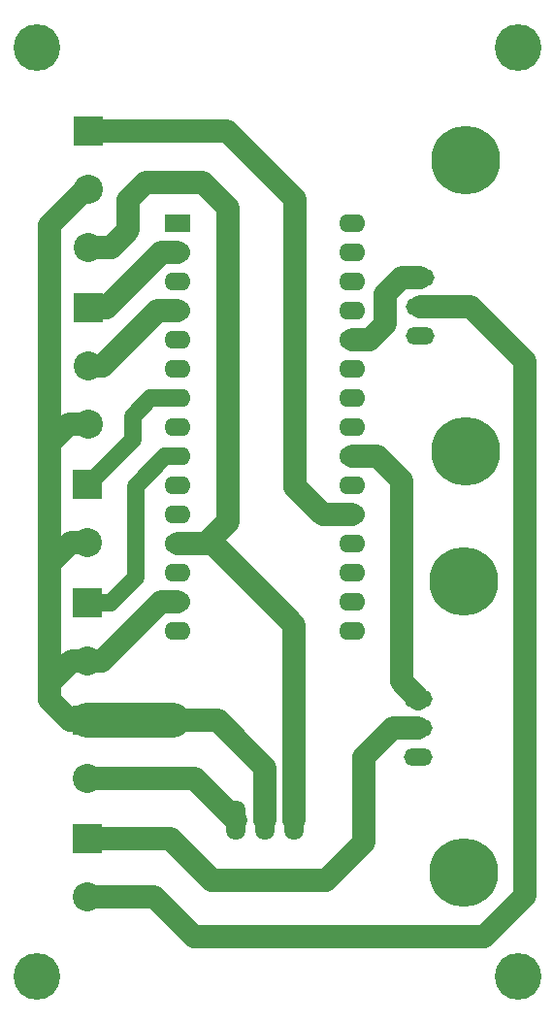
<source format=gbr>
G04 #@! TF.FileFunction,Copper,L2,Bot,Signal*
%FSLAX46Y46*%
G04 Gerber Fmt 4.6, Leading zero omitted, Abs format (unit mm)*
G04 Created by KiCad (PCBNEW 4.0.4+e1-6308~48~ubuntu16.04.1-stable) date Tue Oct 25 19:33:44 2016*
%MOMM*%
%LPD*%
G01*
G04 APERTURE LIST*
%ADD10C,0.100000*%
%ADD11R,2.540000X2.540000*%
%ADD12C,2.540000*%
%ADD13C,5.999480*%
%ADD14R,2.286000X1.574800*%
%ADD15O,2.286000X1.574800*%
%ADD16O,2.499360X1.501140*%
%ADD17O,1.699260X3.500120*%
%ADD18C,4.064000*%
%ADD19R,1.300000X1.300000*%
%ADD20C,1.300000*%
%ADD21C,0.600000*%
%ADD22C,2.032000*%
%ADD23C,3.048000*%
%ADD24C,1.016000*%
%ADD25C,1.524000*%
G04 APERTURE END LIST*
D10*
D11*
X69461380Y-69062600D03*
D12*
X69461380Y-74142600D03*
D13*
X102278180Y-102958900D03*
X102278180Y-77558900D03*
D14*
X77322680Y-46342300D03*
D15*
X77322680Y-48882300D03*
X77322680Y-51422300D03*
X77322680Y-53962300D03*
X77322680Y-56502300D03*
X77322680Y-59042300D03*
X77322680Y-61582300D03*
X77322680Y-64122300D03*
X77322680Y-66662300D03*
X77322680Y-69202300D03*
X77322680Y-71742300D03*
X77322680Y-74282300D03*
X77322680Y-76822300D03*
X77322680Y-79362300D03*
X77322680Y-81902300D03*
X92562680Y-81902300D03*
X92562680Y-79362300D03*
X92562680Y-76822300D03*
X92562680Y-74282300D03*
X92562680Y-71742300D03*
X92562680Y-69202300D03*
X92562680Y-66662300D03*
X92562680Y-64122300D03*
X92562680Y-61582300D03*
X92562680Y-59042300D03*
X92562680Y-56502300D03*
X92562680Y-53962300D03*
X92562680Y-51422300D03*
X92562680Y-48882300D03*
X92562680Y-46342300D03*
D11*
X69486780Y-53670200D03*
D12*
X69486780Y-58750200D03*
X69486780Y-63830200D03*
D11*
X69423280Y-89687400D03*
D12*
X69423280Y-94767400D03*
D11*
X69486780Y-38227000D03*
D12*
X69486780Y-43307000D03*
X69486780Y-48387000D03*
D16*
X98455480Y-53583840D03*
X98455480Y-51043840D03*
X98455480Y-56123840D03*
X98328480Y-90322400D03*
X98328480Y-87782400D03*
X98328480Y-92862400D03*
D17*
X84942680Y-98348800D03*
X82402680Y-98348800D03*
X87482680Y-98348800D03*
D13*
X102417880Y-40805100D03*
X102417880Y-66205100D03*
D18*
X107000000Y-31000000D03*
X107000000Y-112000000D03*
X65000000Y-112000000D03*
X65000000Y-31000000D03*
D19*
X87508080Y-91363800D03*
D20*
X82508080Y-91363800D03*
D11*
X69435980Y-79387700D03*
D12*
X69435980Y-84467700D03*
D11*
X69410580Y-100025200D03*
D12*
X69410580Y-105105200D03*
D21*
X76906120Y-89682320D03*
X69435980Y-79387700D03*
D22*
X69435980Y-84467700D02*
X68054220Y-84467700D01*
X68054220Y-84467700D02*
X66133980Y-86387940D01*
X77322680Y-79362300D02*
X75849480Y-79362300D01*
X75849480Y-79362300D02*
X70744080Y-84467700D01*
X70744080Y-84467700D02*
X69435980Y-84467700D01*
X69423280Y-89687400D02*
X67932300Y-89687400D01*
X67932300Y-89687400D02*
X66133980Y-87889080D01*
X66133980Y-87889080D02*
X66133980Y-86387940D01*
X66133980Y-86387940D02*
X66133980Y-76009500D01*
D23*
X76901040Y-89687400D02*
X69423280Y-89687400D01*
X76906120Y-89682320D02*
X76901040Y-89687400D01*
D22*
X84942680Y-98348800D02*
X84942680Y-93798400D01*
X84942680Y-93798400D02*
X82508080Y-91363800D01*
D23*
X69435980Y-89674700D02*
X69423280Y-89687400D01*
D22*
X69461380Y-74142600D02*
X68000880Y-74142600D01*
X68000880Y-74142600D02*
X66133980Y-76009500D01*
X69486780Y-63830200D02*
X67823080Y-63830200D01*
X67823080Y-63830200D02*
X66133980Y-65519300D01*
X69435980Y-84467700D02*
X69435980Y-84582000D01*
X69486780Y-43307000D02*
X69296280Y-43307000D01*
X69296280Y-43307000D02*
X66133980Y-46469300D01*
X66133980Y-46469300D02*
X66133980Y-65519300D01*
X66133980Y-65519300D02*
X66133980Y-76009500D01*
X69435980Y-89674700D02*
X69423280Y-89687400D01*
X69423280Y-89687400D02*
X80831680Y-89687400D01*
X80831680Y-89687400D02*
X82508080Y-91363800D01*
X69486780Y-63830200D02*
X69126100Y-63830200D01*
D24*
X69486780Y-63830200D02*
X69080380Y-63830200D01*
X98470720Y-56139080D02*
X98455480Y-56123840D01*
X98407220Y-92783660D02*
X98328480Y-92862400D01*
D22*
X98328480Y-90322400D02*
X96093280Y-90322400D01*
X96093280Y-90322400D02*
X93553280Y-92862400D01*
X93553280Y-92862400D02*
X93553280Y-100291900D01*
X93553280Y-100291900D02*
X90238580Y-103606600D01*
X90238580Y-103606600D02*
X80307180Y-103606600D01*
X80307180Y-103606600D02*
X76725780Y-100025200D01*
X76725780Y-100025200D02*
X69410580Y-100025200D01*
X77322680Y-48882300D02*
X75900280Y-48882300D01*
X71112380Y-53670200D02*
X69486780Y-53670200D01*
X75900280Y-48882300D02*
X71112380Y-53670200D01*
D24*
X77299820Y-48905160D02*
X77322680Y-48882300D01*
D22*
X77322680Y-53962300D02*
X75570080Y-53962300D01*
X70782180Y-58750200D02*
X69486780Y-58750200D01*
X75570080Y-53962300D02*
X70782180Y-58750200D01*
D24*
X77299820Y-53985160D02*
X77322680Y-53962300D01*
D25*
X69461380Y-69062600D02*
X69537580Y-69062600D01*
X69537580Y-69062600D02*
X73411080Y-65189100D01*
X73411080Y-65189100D02*
X73411080Y-63131700D01*
X73411080Y-63131700D02*
X74960480Y-61582300D01*
X74960480Y-61582300D02*
X77322680Y-61582300D01*
D22*
X69486780Y-38227000D02*
X81627980Y-38227000D01*
X89984580Y-71742300D02*
X92562680Y-71742300D01*
X87584280Y-69342000D02*
X89984580Y-71742300D01*
X87584280Y-44183300D02*
X87584280Y-69342000D01*
X81627980Y-38227000D02*
X87584280Y-44183300D01*
X69486780Y-48387000D02*
X71556880Y-48387000D01*
X71556880Y-48387000D02*
X73004680Y-46939200D01*
X73004680Y-46939200D02*
X73004680Y-44272200D01*
X73004680Y-44272200D02*
X74515980Y-42760900D01*
X74515980Y-42760900D02*
X79494380Y-42760900D01*
X79494380Y-42760900D02*
X81716880Y-44983400D01*
X81716880Y-44983400D02*
X81716880Y-72364600D01*
X81716880Y-72364600D02*
X80129380Y-73952100D01*
X87508080Y-91363800D02*
X87508080Y-81330800D01*
X87508080Y-81330800D02*
X80129380Y-73952100D01*
X87482680Y-98348800D02*
X87482680Y-91389200D01*
X87482680Y-91389200D02*
X87508080Y-91363800D01*
X87457280Y-98374200D02*
X87482680Y-98348800D01*
X80129380Y-73952100D02*
X79799180Y-74282300D01*
X79799180Y-74282300D02*
X77322680Y-74282300D01*
D24*
X87482680Y-98348800D02*
X87482680Y-99110800D01*
D22*
X92562680Y-56502300D02*
X94048580Y-56502300D01*
X96878140Y-51043840D02*
X98455480Y-51043840D01*
X95445580Y-52476400D02*
X96878140Y-51043840D01*
X95445580Y-55105300D02*
X95445580Y-52476400D01*
X94048580Y-56502300D02*
X95445580Y-55105300D01*
X92562680Y-66662300D02*
X94772480Y-66662300D01*
X96842580Y-86296500D02*
X98328480Y-87782400D01*
X96842580Y-68732400D02*
X96842580Y-86296500D01*
X94772480Y-66662300D02*
X96842580Y-68732400D01*
D25*
X77322680Y-66662300D02*
X76192380Y-66662300D01*
X76192380Y-66662300D02*
X73639680Y-69215000D01*
X73639680Y-69215000D02*
X73639680Y-77190600D01*
X73639680Y-77190600D02*
X71442580Y-79387700D01*
X71442580Y-79387700D02*
X69435980Y-79387700D01*
D22*
X98455480Y-53583840D02*
X102915720Y-53583840D01*
X75295760Y-105105200D02*
X69410580Y-105105200D01*
X78740000Y-108549440D02*
X75295760Y-105105200D01*
X104068880Y-108549440D02*
X78740000Y-108549440D01*
X107629960Y-104988360D02*
X104068880Y-108549440D01*
X107629960Y-58298080D02*
X107629960Y-104988360D01*
X102915720Y-53583840D02*
X107629960Y-58298080D01*
X69423280Y-94767400D02*
X78821280Y-94767400D01*
X78821280Y-94767400D02*
X82402680Y-98348800D01*
D25*
X82377280Y-98323400D02*
X82402680Y-98348800D01*
M02*

</source>
